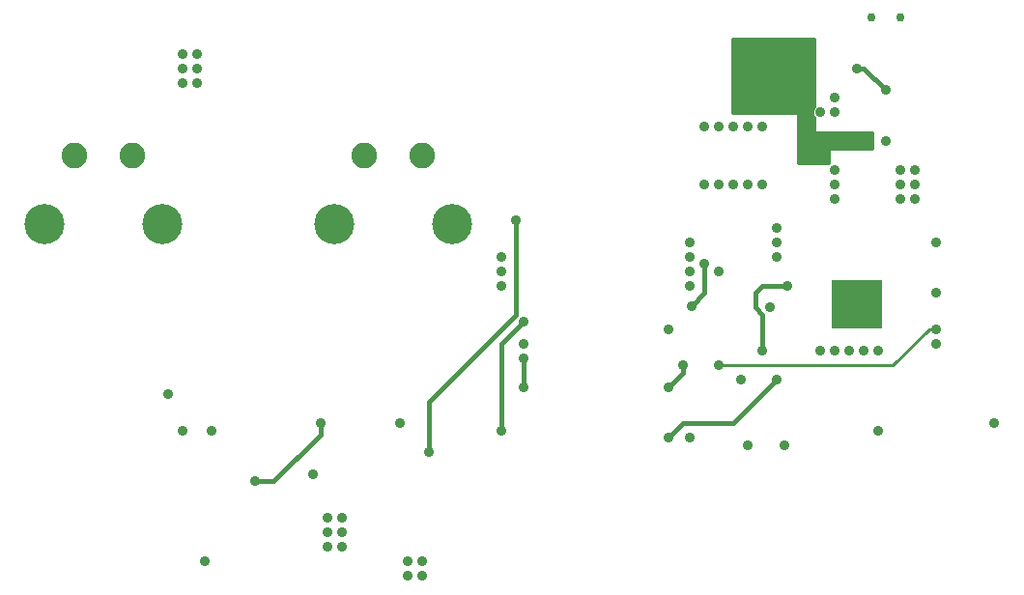
<source format=gbl>
G75*
%MOIN*%
%OFA0B0*%
%FSLAX25Y25*%
%IPPOS*%
%LPD*%
%AMOC8*
5,1,8,0,0,1.08239X$1,22.5*
%
%ADD10R,0.17600X0.16800*%
%ADD11C,0.03500*%
%ADD12C,0.13843*%
%ADD13C,0.08858*%
%ADD14C,0.03543*%
%ADD15C,0.01600*%
%ADD16C,0.02969*%
%ADD17C,0.01000*%
D10*
X0334500Y0135700D03*
D11*
X0334500Y0137000D03*
X0334500Y0132000D03*
X0329500Y0132000D03*
X0329500Y0137000D03*
X0329500Y0142000D03*
X0334500Y0142000D03*
X0339500Y0142000D03*
X0339500Y0137000D03*
X0339500Y0132000D03*
D12*
X0194750Y0163400D03*
X0154250Y0163400D03*
X0094750Y0163400D03*
X0054250Y0163400D03*
D13*
X0064500Y0187000D03*
X0084500Y0187000D03*
X0164500Y0187000D03*
X0184500Y0187000D03*
D14*
X0109500Y0047000D03*
X0127000Y0074500D03*
X0147000Y0077000D03*
X0152000Y0062000D03*
X0157000Y0062000D03*
X0157000Y0057000D03*
X0152000Y0057000D03*
X0152000Y0052000D03*
X0157000Y0052000D03*
X0179500Y0047000D03*
X0184500Y0047000D03*
X0184500Y0042000D03*
X0179500Y0042000D03*
X0187000Y0084500D03*
X0177000Y0094500D03*
X0149500Y0094500D03*
X0112000Y0092000D03*
X0102000Y0092000D03*
X0097000Y0104500D03*
X0212000Y0092000D03*
X0219500Y0107000D03*
X0219500Y0117000D03*
X0219500Y0122000D03*
X0219500Y0129500D03*
X0212000Y0142000D03*
X0212000Y0147000D03*
X0212000Y0152000D03*
X0217000Y0164500D03*
X0269500Y0127000D03*
X0277500Y0135000D03*
X0277000Y0142000D03*
X0277000Y0147000D03*
X0282000Y0149500D03*
X0277000Y0152000D03*
X0277000Y0157000D03*
X0287000Y0147000D03*
X0307000Y0152000D03*
X0307000Y0157000D03*
X0307000Y0162000D03*
X0327000Y0172000D03*
X0327000Y0177000D03*
X0327000Y0182000D03*
X0319500Y0187000D03*
X0319500Y0192000D03*
X0324500Y0192000D03*
X0329500Y0192000D03*
X0334500Y0192000D03*
X0344500Y0192000D03*
X0349500Y0182000D03*
X0354500Y0182000D03*
X0354500Y0177000D03*
X0349500Y0177000D03*
X0349500Y0172000D03*
X0354500Y0172000D03*
X0362000Y0157000D03*
X0362000Y0139500D03*
X0362000Y0127000D03*
X0362000Y0122000D03*
X0342000Y0119500D03*
X0337000Y0119500D03*
X0332000Y0119500D03*
X0327000Y0119500D03*
X0322000Y0119500D03*
X0307000Y0109500D03*
X0294500Y0109500D03*
X0287000Y0114500D03*
X0274500Y0114500D03*
X0269500Y0107000D03*
X0269500Y0089500D03*
X0277000Y0089500D03*
X0297000Y0087000D03*
X0309500Y0087000D03*
X0342000Y0092000D03*
X0382000Y0094500D03*
X0310500Y0142000D03*
X0304500Y0134500D03*
X0302000Y0119500D03*
X0302000Y0177000D03*
X0297000Y0177000D03*
X0292000Y0177000D03*
X0287000Y0177000D03*
X0282000Y0177000D03*
X0282000Y0197000D03*
X0287000Y0197000D03*
X0292000Y0197000D03*
X0297000Y0197000D03*
X0302000Y0197000D03*
X0309500Y0204500D03*
X0314500Y0204500D03*
X0322000Y0202000D03*
X0327000Y0202000D03*
X0327000Y0207000D03*
X0334500Y0217000D03*
X0344500Y0209500D03*
X0314500Y0224500D03*
X0309500Y0224500D03*
X0107000Y0222000D03*
X0107000Y0217000D03*
X0107000Y0212000D03*
X0102000Y0212000D03*
X0102000Y0217000D03*
X0102000Y0222000D03*
D15*
X0217000Y0164500D02*
X0217000Y0132000D01*
X0187000Y0102000D01*
X0187000Y0084500D01*
X0212000Y0092000D02*
X0212000Y0122000D01*
X0219500Y0129500D01*
X0219500Y0117000D02*
X0219500Y0107000D01*
X0269500Y0107000D02*
X0274500Y0112000D01*
X0274500Y0114500D01*
X0302000Y0119500D02*
X0302000Y0132000D01*
X0299500Y0134500D01*
X0299500Y0139500D01*
X0302000Y0142000D01*
X0310500Y0142000D01*
X0282000Y0139500D02*
X0282000Y0149500D01*
X0282000Y0139500D02*
X0277500Y0135000D01*
X0307000Y0109500D02*
X0292000Y0094500D01*
X0274500Y0094500D01*
X0269500Y0089500D01*
X0149500Y0090740D02*
X0133260Y0074500D01*
X0127000Y0074500D01*
X0149500Y0090740D02*
X0149500Y0094500D01*
X0292000Y0202000D02*
X0292000Y0227000D01*
X0319500Y0227000D01*
X0319500Y0203985D01*
X0319311Y0203797D01*
X0318828Y0202631D01*
X0318828Y0201369D01*
X0319311Y0200203D01*
X0319500Y0200015D01*
X0319500Y0194500D01*
X0339500Y0194500D01*
X0339500Y0189500D01*
X0324500Y0189500D01*
X0324500Y0184500D01*
X0314500Y0184500D01*
X0314500Y0202000D01*
X0292000Y0202000D01*
X0292000Y0203245D02*
X0319083Y0203245D01*
X0318828Y0201647D02*
X0314500Y0201647D01*
X0314500Y0200048D02*
X0319466Y0200048D01*
X0319500Y0198450D02*
X0314500Y0198450D01*
X0314500Y0196851D02*
X0319500Y0196851D01*
X0319500Y0195253D02*
X0314500Y0195253D01*
X0314500Y0193654D02*
X0339500Y0193654D01*
X0339500Y0192056D02*
X0314500Y0192056D01*
X0314500Y0190457D02*
X0339500Y0190457D01*
X0324500Y0188859D02*
X0314500Y0188859D01*
X0314500Y0187260D02*
X0324500Y0187260D01*
X0324500Y0185662D02*
X0314500Y0185662D01*
X0319500Y0204844D02*
X0292000Y0204844D01*
X0292000Y0206442D02*
X0319500Y0206442D01*
X0319500Y0208041D02*
X0292000Y0208041D01*
X0292000Y0209639D02*
X0319500Y0209639D01*
X0319500Y0211238D02*
X0292000Y0211238D01*
X0292000Y0212836D02*
X0319500Y0212836D01*
X0319500Y0214435D02*
X0292000Y0214435D01*
X0292000Y0216033D02*
X0319500Y0216033D01*
X0319500Y0217632D02*
X0292000Y0217632D01*
X0292000Y0219230D02*
X0319500Y0219230D01*
X0319500Y0220829D02*
X0292000Y0220829D01*
X0292000Y0222427D02*
X0319500Y0222427D01*
X0319500Y0224026D02*
X0292000Y0224026D01*
X0292000Y0225624D02*
X0319500Y0225624D01*
X0334500Y0217000D02*
X0337000Y0217000D01*
X0344500Y0209500D01*
D16*
X0339500Y0234500D03*
X0349500Y0234500D03*
D17*
X0359500Y0127000D02*
X0362000Y0127000D01*
X0359500Y0127000D02*
X0347000Y0114500D01*
X0287000Y0114500D01*
M02*

</source>
